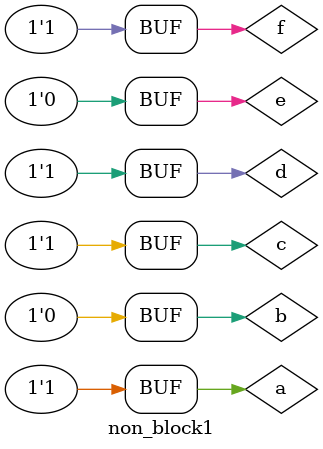
<source format=v>
module evaluates2 (out);
output out;
reg a, b, c;
initial begin
a = 0;
b = 1;
c = 0;
end
always c = #5 ~c;

always @(posedge c) begin
a <= b; // evaluates, schedules,
b <= a; // and executes in two steps
end
endmodule

//non_block1.v
module non_block1;
reg a, b, c, d, e, f;
//blocking assignments
initial begin
a = #10 1; // a will be assigned 1 at time 10
b = #2 0; // b will be assigned 0 at time 12
c = #4 1; // c will be assigned 1 at time 16
end
//non-blocking assignments
initial begin
d <= #10 1; // d will be assigned 1 at time 10
e <= #2 0; // e will be assigned 0 at time 2
f <= #4 1; // f will be assigned 1 at time 4
end
endmodule

</source>
